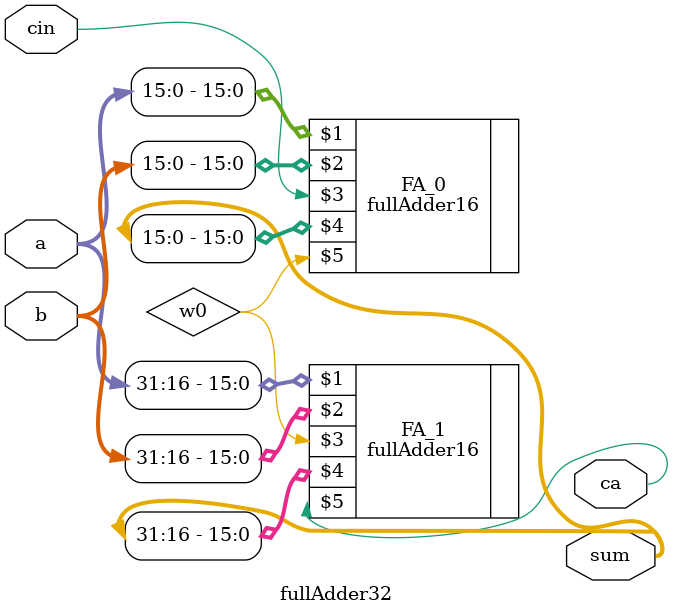
<source format=v>
module fullAdder32 (
    input [31:0]a,
    input [31:0]b,
    input cin,
    output [31:0]sum,
    output ca
);
    wire w0;

    fullAdder16 FA_0(a[15:0],b[15:0],cin,sum[15:0],w0);
    fullAdder16 FA_1(a[31:16],b[31:16],w0,sum[31:16],ca);

endmodule

</source>
